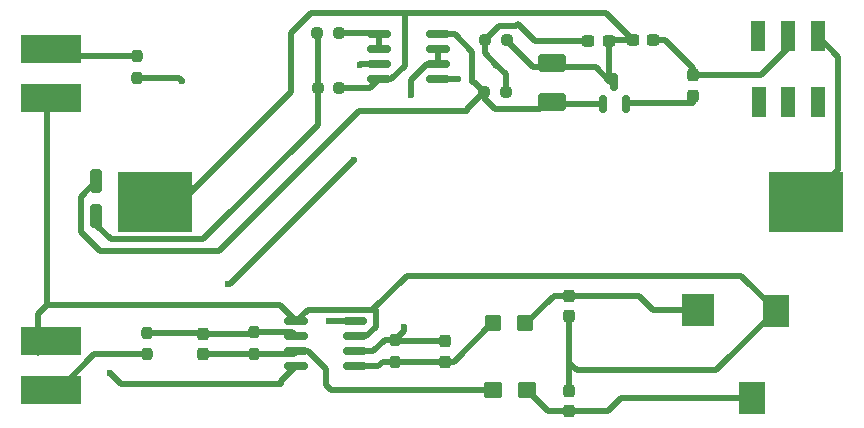
<source format=gbr>
%TF.GenerationSoftware,KiCad,Pcbnew,8.0.4*%
%TF.CreationDate,2024-08-25T02:49:15-07:00*%
%TF.ProjectId,SMDemfExplorerLEDvariationSingleCell,534d4465-6d66-4457-9870-6c6f7265724c,rev?*%
%TF.SameCoordinates,Original*%
%TF.FileFunction,Copper,L1,Top*%
%TF.FilePolarity,Positive*%
%FSLAX46Y46*%
G04 Gerber Fmt 4.6, Leading zero omitted, Abs format (unit mm)*
G04 Created by KiCad (PCBNEW 8.0.4) date 2024-08-25 02:49:15*
%MOMM*%
%LPD*%
G01*
G04 APERTURE LIST*
G04 Aperture macros list*
%AMRoundRect*
0 Rectangle with rounded corners*
0 $1 Rounding radius*
0 $2 $3 $4 $5 $6 $7 $8 $9 X,Y pos of 4 corners*
0 Add a 4 corners polygon primitive as box body*
4,1,4,$2,$3,$4,$5,$6,$7,$8,$9,$2,$3,0*
0 Add four circle primitives for the rounded corners*
1,1,$1+$1,$2,$3*
1,1,$1+$1,$4,$5*
1,1,$1+$1,$6,$7*
1,1,$1+$1,$8,$9*
0 Add four rect primitives between the rounded corners*
20,1,$1+$1,$2,$3,$4,$5,0*
20,1,$1+$1,$4,$5,$6,$7,0*
20,1,$1+$1,$6,$7,$8,$9,0*
20,1,$1+$1,$8,$9,$2,$3,0*%
G04 Aperture macros list end*
%TA.AperFunction,SMDPad,CuDef*%
%ADD10R,1.200000X2.500000*%
%TD*%
%TA.AperFunction,SMDPad,CuDef*%
%ADD11RoundRect,0.250001X0.924999X-0.499999X0.924999X0.499999X-0.924999X0.499999X-0.924999X-0.499999X0*%
%TD*%
%TA.AperFunction,SMDPad,CuDef*%
%ADD12R,2.800000X2.800000*%
%TD*%
%TA.AperFunction,SMDPad,CuDef*%
%ADD13R,2.200000X2.800000*%
%TD*%
%TA.AperFunction,SMDPad,CuDef*%
%ADD14R,5.100000X2.350000*%
%TD*%
%TA.AperFunction,SMDPad,CuDef*%
%ADD15RoundRect,0.237500X-0.237500X0.287500X-0.237500X-0.287500X0.237500X-0.287500X0.237500X0.287500X0*%
%TD*%
%TA.AperFunction,SMDPad,CuDef*%
%ADD16RoundRect,0.237500X-0.300000X-0.237500X0.300000X-0.237500X0.300000X0.237500X-0.300000X0.237500X0*%
%TD*%
%TA.AperFunction,SMDPad,CuDef*%
%ADD17R,6.350000X5.080000*%
%TD*%
%TA.AperFunction,SMDPad,CuDef*%
%ADD18RoundRect,0.150000X0.825000X0.150000X-0.825000X0.150000X-0.825000X-0.150000X0.825000X-0.150000X0*%
%TD*%
%TA.AperFunction,SMDPad,CuDef*%
%ADD19RoundRect,0.250000X0.537500X0.425000X-0.537500X0.425000X-0.537500X-0.425000X0.537500X-0.425000X0*%
%TD*%
%TA.AperFunction,SMDPad,CuDef*%
%ADD20RoundRect,0.250000X0.250000X-0.750000X0.250000X0.750000X-0.250000X0.750000X-0.250000X-0.750000X0*%
%TD*%
%TA.AperFunction,SMDPad,CuDef*%
%ADD21RoundRect,0.150000X-0.825000X-0.150000X0.825000X-0.150000X0.825000X0.150000X-0.825000X0.150000X0*%
%TD*%
%TA.AperFunction,SMDPad,CuDef*%
%ADD22RoundRect,0.237500X0.237500X-0.250000X0.237500X0.250000X-0.237500X0.250000X-0.237500X-0.250000X0*%
%TD*%
%TA.AperFunction,SMDPad,CuDef*%
%ADD23RoundRect,0.237500X-0.237500X0.250000X-0.237500X-0.250000X0.237500X-0.250000X0.237500X0.250000X0*%
%TD*%
%TA.AperFunction,SMDPad,CuDef*%
%ADD24RoundRect,0.237500X0.237500X-0.300000X0.237500X0.300000X-0.237500X0.300000X-0.237500X-0.300000X0*%
%TD*%
%TA.AperFunction,SMDPad,CuDef*%
%ADD25RoundRect,0.237500X0.250000X0.237500X-0.250000X0.237500X-0.250000X-0.237500X0.250000X-0.237500X0*%
%TD*%
%TA.AperFunction,SMDPad,CuDef*%
%ADD26RoundRect,0.237500X-0.250000X-0.237500X0.250000X-0.237500X0.250000X0.237500X-0.250000X0.237500X0*%
%TD*%
%TA.AperFunction,SMDPad,CuDef*%
%ADD27RoundRect,0.150000X0.150000X-0.587500X0.150000X0.587500X-0.150000X0.587500X-0.150000X-0.587500X0*%
%TD*%
%TA.AperFunction,SMDPad,CuDef*%
%ADD28RoundRect,0.237500X0.300000X0.237500X-0.300000X0.237500X-0.300000X-0.237500X0.300000X-0.237500X0*%
%TD*%
%TA.AperFunction,SMDPad,CuDef*%
%ADD29RoundRect,0.237500X-0.237500X0.300000X-0.237500X-0.300000X0.237500X-0.300000X0.237500X0.300000X0*%
%TD*%
%TA.AperFunction,SMDPad,CuDef*%
%ADD30RoundRect,0.250000X0.450000X0.425000X-0.450000X0.425000X-0.450000X-0.425000X0.450000X-0.425000X0*%
%TD*%
%TA.AperFunction,ViaPad*%
%ADD31C,0.600000*%
%TD*%
%TA.AperFunction,Conductor*%
%ADD32C,0.500000*%
%TD*%
G04 APERTURE END LIST*
D10*
%TO.P,SW1,1*%
%TO.N,N/C*%
X210288184Y-62966276D03*
%TO.P,SW1,2*%
X207788185Y-62966273D03*
%TO.P,SW1,3*%
X205288183Y-62966275D03*
%TO.P,SW1,4,A*%
%TO.N,Net-(BT2-+)*%
X210278187Y-57336278D03*
%TO.P,SW1,5,B*%
%TO.N,Net-(SW1B-B)*%
X207778187Y-57336276D03*
%TO.P,SW1,6,C*%
%TO.N,unconnected-(SW1B-C-Pad6)*%
X205278188Y-57336273D03*
%TD*%
D11*
%TO.P,C10,1*%
%TO.N,+1V5*%
X187803189Y-62936279D03*
%TO.P,C10,2*%
%TO.N,-1V5*%
X187803189Y-59686275D03*
%TD*%
D12*
%TO.P,J2,T*%
%TO.N,Net-(C1-Pad1)*%
X200168192Y-80586275D03*
D13*
%TO.P,J2,S*%
%TO.N,GND*%
X206728190Y-80636276D03*
%TO.P,J2,R*%
%TO.N,Net-(C15-Pad1)*%
X204728192Y-88036269D03*
%TD*%
D14*
%TO.P,L1,1,1*%
%TO.N,GND*%
X145353188Y-83236279D03*
%TO.P,L1,2,2*%
%TO.N,Net-(L1-Pad2)*%
X145353188Y-87386279D03*
%TD*%
%TO.P,L2,1,1*%
%TO.N,GND*%
X145353186Y-62586273D03*
%TO.P,L2,2,2*%
%TO.N,Net-(L2-Pad2)*%
X145353186Y-58436273D03*
%TD*%
D15*
%TO.P,L4,1,1*%
%TO.N,Net-(SW1B-B)*%
X199703186Y-60673775D03*
%TO.P,L4,2,2*%
%TO.N,Net-(U4-LX)*%
X199703184Y-62423771D03*
%TD*%
D16*
%TO.P,C14,1*%
%TO.N,Net-(U3B-+)*%
X190878182Y-57836277D03*
%TO.P,C14,2*%
%TO.N,-1V5*%
X192603186Y-57836275D03*
%TD*%
D17*
%TO.P,BT2,1,+*%
%TO.N,Net-(BT2-+)*%
X209299881Y-71436275D03*
%TO.P,BT2,2,-*%
%TO.N,-1V5*%
X154156493Y-71436279D03*
%TD*%
D18*
%TO.P,U2,1*%
%TO.N,Net-(C1-Pad2)*%
X171097379Y-85345496D03*
%TO.P,U2,2,-*%
%TO.N,Net-(U2A--)*%
X171097375Y-84075497D03*
%TO.P,U2,3,+*%
%TO.N,GND*%
X171097381Y-82805502D03*
%TO.P,U2,4,V-*%
%TO.N,-1V5*%
X171097377Y-81535496D03*
%TO.P,U2,5,+*%
%TO.N,GND*%
X166147375Y-81535502D03*
%TO.P,U2,6,-*%
%TO.N,Net-(U2B--)*%
X166147379Y-82805501D03*
%TO.P,U2,7*%
%TO.N,Net-(U3A-+)*%
X166147373Y-84075496D03*
%TO.P,U2,8,V+*%
%TO.N,+1V5*%
X166147377Y-85345502D03*
%TD*%
D19*
%TO.P,C2,1*%
%TO.N,Net-(C15-Pad1)*%
X185703184Y-87386278D03*
%TO.P,C2,2*%
%TO.N,Net-(U3A-+)*%
X182828184Y-87386278D03*
%TD*%
D20*
%TO.P,D2,1,K*%
%TO.N,Net-(D2-K)*%
X149228191Y-72611273D03*
%TO.P,D2,2,A*%
%TO.N,+1V5*%
X149228193Y-69611275D03*
%TD*%
D21*
%TO.P,U3,1*%
%TO.N,Net-(U3A--)*%
X173170384Y-57244548D03*
%TO.P,U3,2,-*%
X173170388Y-58514547D03*
%TO.P,U3,3,+*%
%TO.N,Net-(U3A-+)*%
X173170382Y-59784542D03*
%TO.P,U3,4,V-*%
%TO.N,-1V5*%
X173170386Y-61054548D03*
%TO.P,U3,5,+*%
%TO.N,Net-(U3B-+)*%
X178120388Y-61054542D03*
%TO.P,U3,6,-*%
%TO.N,GND*%
X178120384Y-59784543D03*
%TO.P,U3,7*%
X178120390Y-58514548D03*
%TO.P,U3,8,V+*%
%TO.N,+1V5*%
X178120386Y-57244542D03*
%TD*%
D22*
%TO.P,R10,1*%
%TO.N,Net-(L1-Pad2)*%
X153528185Y-84336273D03*
%TO.P,R10,2*%
%TO.N,Net-(U2B--)*%
X153528179Y-82511275D03*
%TD*%
D23*
%TO.P,R9,1*%
%TO.N,Net-(U2B--)*%
X162593433Y-82474275D03*
%TO.P,R9,2*%
%TO.N,Net-(U3A-+)*%
X162593439Y-84299261D03*
%TD*%
D24*
%TO.P,C8,1*%
%TO.N,Net-(U3A-+)*%
X158278200Y-84311276D03*
%TO.P,C8,2*%
%TO.N,Net-(U2B--)*%
X158278184Y-82586278D03*
%TD*%
D25*
%TO.P,R11,1*%
%TO.N,Net-(U3B-+)*%
X183878188Y-62111277D03*
%TO.P,R11,2*%
%TO.N,+1V5*%
X182053186Y-62111279D03*
%TD*%
D23*
%TO.P,R7,1*%
%TO.N,Net-(L2-Pad2)*%
X152678187Y-59098782D03*
%TO.P,R7,2*%
%TO.N,Net-(U2A--)*%
X152678191Y-60923770D03*
%TD*%
D24*
%TO.P,C7,1*%
%TO.N,Net-(C1-Pad2)*%
X178718435Y-84949270D03*
%TO.P,C7,2*%
%TO.N,Net-(U2A--)*%
X178718433Y-83224268D03*
%TD*%
D23*
%TO.P,R8,1*%
%TO.N,Net-(U2A--)*%
X174527589Y-83112814D03*
%TO.P,R8,2*%
%TO.N,Net-(C1-Pad2)*%
X174527595Y-84937816D03*
%TD*%
D26*
%TO.P,R16,1*%
%TO.N,Net-(D2-K)*%
X167923291Y-57156164D03*
%TO.P,R16,2*%
%TO.N,Net-(U3A--)*%
X169748291Y-57156160D03*
%TD*%
D25*
%TO.P,R5,1*%
%TO.N,-1V5*%
X169778188Y-61811278D03*
%TO.P,R5,2*%
%TO.N,Net-(D2-K)*%
X167953186Y-61811280D03*
%TD*%
D27*
%TO.P,U4,1,VOUT*%
%TO.N,+1V5*%
X192128187Y-63111267D03*
%TO.P,U4,2,LX*%
%TO.N,Net-(U4-LX)*%
X194028188Y-63111276D03*
%TO.P,U4,3,GND*%
%TO.N,-1V5*%
X193078189Y-61236277D03*
%TD*%
D24*
%TO.P,C15,1*%
%TO.N,Net-(C15-Pad1)*%
X189203198Y-89161278D03*
%TO.P,C15,2*%
%TO.N,GND*%
X189203182Y-87436280D03*
%TD*%
D28*
%TO.P,C11,1*%
%TO.N,Net-(SW1B-B)*%
X196378192Y-57736270D03*
%TO.P,C11,2*%
%TO.N,-1V5*%
X194653184Y-57736274D03*
%TD*%
D29*
%TO.P,C5,1*%
%TO.N,Net-(C1-Pad1)*%
X189278183Y-79386274D03*
%TO.P,C5,2*%
%TO.N,GND*%
X189278191Y-81111276D03*
%TD*%
D25*
%TO.P,R12,1*%
%TO.N,-1V5*%
X183953175Y-57686268D03*
%TO.P,R12,2*%
%TO.N,Net-(U3B-+)*%
X182128197Y-57686270D03*
%TD*%
D30*
%TO.P,C1,1*%
%TO.N,Net-(C1-Pad1)*%
X185540685Y-81686280D03*
%TO.P,C1,2*%
%TO.N,Net-(C1-Pad2)*%
X182840689Y-81686278D03*
%TD*%
D31*
%TO.N,-1V5*%
X157603185Y-70211275D03*
X168928185Y-81511278D03*
%TO.N,Net-(U3A-+)*%
X171053184Y-67836277D03*
X160353186Y-84311281D03*
X160378187Y-78361279D03*
X171528189Y-59786277D03*
%TO.N,+1V5*%
X150403185Y-75586278D03*
X150403188Y-85886276D03*
%TO.N,GND*%
X175853188Y-62386276D03*
X180953188Y-77661275D03*
%TO.N,Net-(U2A--)*%
X175278183Y-81986279D03*
X156453186Y-61186276D03*
%TO.N,Net-(U3B-+)*%
X179853187Y-61011278D03*
X183090686Y-59798773D03*
%TD*%
D32*
%TO.N,Net-(BT2-+)*%
X210278189Y-57336278D02*
X212053186Y-59111275D01*
X212053186Y-59111275D02*
X212053185Y-68682974D01*
X212053185Y-68682974D02*
X209299886Y-71436274D01*
%TO.N,Net-(SW1B-B)*%
X207778186Y-57336276D02*
X207778187Y-58411275D01*
X207778187Y-58411275D02*
X205515687Y-60673774D01*
X205515687Y-60673774D02*
X199703185Y-60673777D01*
%TO.N,Net-(C1-Pad1)*%
X200168185Y-80586276D02*
X196378187Y-80586275D01*
X196378187Y-80586275D02*
X195178184Y-79386274D01*
X195178184Y-79386274D02*
X189278185Y-79386274D01*
%TO.N,GND*%
X189278186Y-81111278D02*
X189278186Y-85086277D01*
X206728186Y-80636277D02*
X201678185Y-85686274D01*
X189878186Y-85686273D02*
X189278186Y-85086277D01*
X189278186Y-85086277D02*
X189278187Y-87361275D01*
X201678185Y-85686274D02*
X189878186Y-85686273D01*
%TO.N,Net-(C15-Pad1)*%
X204728190Y-88036277D02*
X193628185Y-88036277D01*
X193628185Y-88036277D02*
X192503184Y-89161278D01*
X192503184Y-89161278D02*
X189203193Y-89161276D01*
%TO.N,GND*%
X206728186Y-80636277D02*
X206728185Y-80554740D01*
X206728185Y-80554740D02*
X203834721Y-77661273D01*
%TO.N,-1V5*%
X172413660Y-61811278D02*
X173170390Y-61054545D01*
X184103192Y-57836282D02*
X183953182Y-57686273D01*
X173170384Y-61054543D02*
X174145384Y-61054543D01*
X183878185Y-57761268D02*
X183953182Y-57686273D01*
X157603185Y-70211275D02*
X165678188Y-62136277D01*
X186228187Y-60036278D02*
X187428187Y-60036275D01*
X175328188Y-59871742D02*
X175328188Y-55461274D01*
X194653187Y-57736275D02*
X192703188Y-57736274D01*
X183953180Y-57686272D02*
X183953179Y-57761271D01*
X165678185Y-57136279D02*
X167353185Y-55461273D01*
X183953179Y-57761271D02*
X186228187Y-60036278D01*
X154143168Y-71116948D02*
X156697515Y-71116950D01*
X168952409Y-81535501D02*
X168928185Y-81511278D01*
X174145384Y-61054543D02*
X175328188Y-59871742D01*
X169778186Y-61811270D02*
X172413660Y-61811278D01*
X192378188Y-55461277D02*
X194653187Y-57736275D01*
X192603185Y-57836277D02*
X192603188Y-60761279D01*
X165678188Y-62136277D02*
X165678185Y-57136279D01*
X156697515Y-71116950D02*
X157603185Y-70211275D01*
X192703186Y-61236277D02*
X191503190Y-60036273D01*
X171097375Y-81535502D02*
X168952409Y-81535501D01*
X192603188Y-60761279D02*
X193078191Y-61236277D01*
X191503190Y-60036273D02*
X187428187Y-60036275D01*
X175803185Y-55461274D02*
X192378188Y-55461277D01*
X167353185Y-55461273D02*
X175803185Y-55461274D01*
X175328188Y-55461274D02*
X175803185Y-55461274D01*
X192703188Y-57736274D02*
X192603185Y-57836277D01*
X193078191Y-61236277D02*
X192703186Y-61236277D01*
%TO.N,Net-(C1-Pad1)*%
X187953189Y-79436275D02*
X188003190Y-79386273D01*
X188003190Y-79386273D02*
X189278185Y-79386274D01*
X185628188Y-81686276D02*
X187878188Y-79436277D01*
X187878188Y-79436277D02*
X187953189Y-79436275D01*
%TO.N,Net-(C1-Pad2)*%
X174527595Y-84937818D02*
X173476645Y-84937820D01*
X173068962Y-85345501D02*
X171097377Y-85345502D01*
X182753186Y-81686276D02*
X179490191Y-84949270D01*
X178706981Y-84937816D02*
X178718431Y-84949270D01*
X179490191Y-84949270D02*
X178718431Y-84949270D01*
X173476645Y-84937820D02*
X173068962Y-85345501D01*
X174527595Y-84937818D02*
X178706981Y-84937816D01*
%TO.N,Net-(C15-Pad1)*%
X187478187Y-89161276D02*
X185703186Y-87386271D01*
X189203193Y-89161276D02*
X187478187Y-89161276D01*
%TO.N,Net-(U3A-+)*%
X162593444Y-84299264D02*
X165923593Y-84299270D01*
X173170386Y-59784550D02*
X171529920Y-59784543D01*
X168653189Y-86961276D02*
X169078187Y-87386279D01*
X171529920Y-59784543D02*
X171528189Y-59786277D01*
X160353186Y-84311281D02*
X162581427Y-84311276D01*
X169078187Y-87386279D02*
X182828190Y-87386275D01*
X160528186Y-78361274D02*
X160378187Y-78361279D01*
X166147375Y-84075499D02*
X167122373Y-84075500D01*
X165923593Y-84299270D02*
X166147368Y-84075490D01*
X171053184Y-67836277D02*
X160528186Y-78361274D01*
X167122373Y-84075500D02*
X168653185Y-85606312D01*
X168653185Y-85606312D02*
X168653189Y-86961276D01*
X158278196Y-84311277D02*
X160353186Y-84311281D01*
X162581427Y-84311276D02*
X162593444Y-84299264D01*
%TO.N,+1V5*%
X186753187Y-63586276D02*
X187428187Y-62911279D01*
X187628178Y-63111273D02*
X187428187Y-62911279D01*
X181053188Y-61236280D02*
X181178184Y-61236276D01*
X183003188Y-63586276D02*
X186753187Y-63586276D01*
X182053188Y-62636278D02*
X183003188Y-63586276D01*
X166147376Y-85345497D02*
X164878188Y-86614688D01*
X182053184Y-62111278D02*
X182053188Y-62636278D01*
X181178184Y-61236276D02*
X182053184Y-62111278D01*
X164878188Y-86614688D02*
X164878189Y-86811277D01*
X149528187Y-75586276D02*
X147878188Y-73936276D01*
X150403185Y-75586278D02*
X149528187Y-75586276D01*
X150403185Y-75586278D02*
X159603190Y-75586274D01*
X192128191Y-63111272D02*
X187628178Y-63111273D01*
X171478186Y-63711277D02*
X180628188Y-63711275D01*
X180628189Y-63536277D02*
X182053184Y-62111278D01*
X180628188Y-63711275D02*
X180628189Y-63536277D01*
X164878189Y-86811277D02*
X151328187Y-86811275D01*
X179586456Y-57244542D02*
X181053187Y-58711276D01*
X151328187Y-86811275D02*
X150403188Y-85886276D01*
X159603190Y-75586274D02*
X171478186Y-63711277D01*
X147878187Y-70961276D02*
X149228189Y-69611277D01*
X181053187Y-58711276D02*
X181053188Y-61236280D01*
X178120384Y-57244543D02*
X179586456Y-57244542D01*
X147878188Y-73936276D02*
X147878187Y-70961276D01*
%TO.N,GND*%
X203834721Y-77661273D02*
X180953188Y-77661275D01*
X172578188Y-80586277D02*
X172853185Y-80586276D01*
X167096596Y-80586278D02*
X172578188Y-80586277D01*
X144253186Y-80936276D02*
X145078186Y-80111278D01*
X172853185Y-82024702D02*
X172072381Y-82805513D01*
X178120388Y-59784528D02*
X178120385Y-59784536D01*
X172853185Y-80586276D02*
X172853185Y-82024702D01*
X189278187Y-87361275D02*
X189203187Y-87436275D01*
X164748144Y-80136274D02*
X164303186Y-80136276D01*
X180953188Y-77661275D02*
X175503187Y-77661275D01*
X177179919Y-59784545D02*
X175828184Y-61136274D01*
X166147368Y-81535502D02*
X164748144Y-80136274D01*
X172072381Y-82805513D02*
X171097380Y-82805508D01*
X178120387Y-59784545D02*
X177179919Y-59784545D01*
X145028188Y-62186275D02*
X145028188Y-80061277D01*
X164278189Y-80111278D02*
X145078186Y-80111278D01*
X164303186Y-80136276D02*
X164278189Y-80111278D01*
X166147368Y-81535502D02*
X167096596Y-80586278D01*
X144253186Y-84186278D02*
X144253186Y-80936276D01*
X145028188Y-80061277D02*
X145078186Y-80111278D01*
X178120388Y-58514553D02*
X178120388Y-59784528D01*
X175828187Y-62361275D02*
X175853188Y-62386276D01*
X175828184Y-61136274D02*
X175828187Y-62361275D01*
X175503187Y-77661275D02*
X172578188Y-80586277D01*
%TO.N,Net-(U2A--)*%
X173626646Y-83112818D02*
X172663963Y-84075499D01*
X152678188Y-60923775D02*
X156190688Y-60923773D01*
X174527588Y-83112819D02*
X173626646Y-83112818D01*
X178718434Y-83224265D02*
X174639042Y-83224269D01*
X175278186Y-82362222D02*
X174527588Y-83112819D01*
X156453187Y-61136281D02*
X156453186Y-61186276D01*
X172663963Y-84075499D02*
X171097377Y-84075503D01*
X174639042Y-83224269D02*
X174527588Y-83112819D01*
X156190688Y-60923773D02*
X156453186Y-61186276D01*
X175278183Y-81986279D02*
X175278186Y-82362222D01*
%TO.N,Net-(U2B--)*%
X158203186Y-82511276D02*
X158278188Y-82586277D01*
X162593435Y-82474265D02*
X165816140Y-82474268D01*
X165816140Y-82474268D02*
X166147374Y-82805503D01*
X158278188Y-82586277D02*
X162481426Y-82586279D01*
X153528181Y-82511277D02*
X158203186Y-82511276D01*
X162481426Y-82586279D02*
X162593435Y-82474265D01*
%TO.N,Net-(SW1B-B)*%
X196378195Y-57736265D02*
X197378170Y-57736266D01*
X197378170Y-57736266D02*
X199703184Y-60061271D01*
%TO.N,Net-(U3B-+)*%
X186328191Y-57836280D02*
X184878186Y-56386275D01*
X184778185Y-56486276D02*
X183328194Y-56486274D01*
X182128194Y-58836285D02*
X182128192Y-57686274D01*
X179809914Y-61054545D02*
X179853187Y-61011278D01*
X184878186Y-56386275D02*
X184778185Y-56486276D01*
X190878180Y-57836276D02*
X186328191Y-57836280D01*
X178120395Y-61054546D02*
X179809914Y-61054545D01*
X183878189Y-60586276D02*
X183090686Y-59798773D01*
X183090686Y-59798773D02*
X182128194Y-58836285D01*
X183328194Y-56486274D02*
X182128192Y-57686274D01*
X183878189Y-62111277D02*
X183878189Y-60586276D01*
%TO.N,Net-(D2-K)*%
X167953188Y-57186062D02*
X167923288Y-57156164D01*
X158253189Y-74586273D02*
X150428185Y-74586277D01*
X150428185Y-74586277D02*
X149228194Y-73386285D01*
X167953184Y-64886278D02*
X158253189Y-74586273D01*
X149228194Y-73386285D02*
X149228194Y-72611266D01*
X167953188Y-61811275D02*
X167953184Y-64886278D01*
X167953188Y-61811275D02*
X167953188Y-57186062D01*
%TO.N,Net-(L1-Pad2)*%
X144253189Y-87161278D02*
X146228185Y-87161277D01*
X149053186Y-84336275D02*
X153528187Y-84336279D01*
X146228185Y-87161277D02*
X149053186Y-84336275D01*
%TO.N,Net-(L2-Pad2)*%
X152678184Y-59098776D02*
X145140669Y-59098777D01*
X145140669Y-59098777D02*
X145028183Y-59211263D01*
%TO.N,Net-(U4-LX)*%
X194103191Y-63036273D02*
X194028189Y-63111274D01*
X199703182Y-63036274D02*
X194103191Y-63036273D01*
%TO.N,Net-(U3A--)*%
X173170386Y-58514553D02*
X173170386Y-57244552D01*
X173170386Y-57244552D02*
X173170378Y-57244541D01*
X169748294Y-57156162D02*
X173081999Y-57156162D01*
X173081999Y-57156162D02*
X173170378Y-57244541D01*
%TD*%
M02*

</source>
